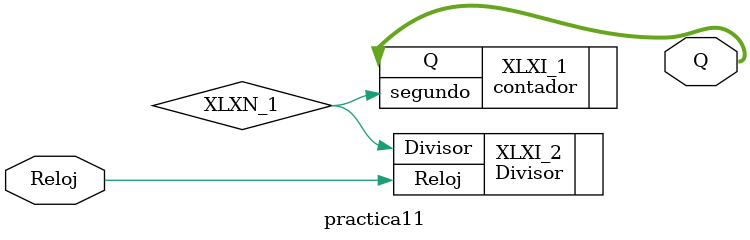
<source format=v>
`timescale 1ns / 1ps

module practica11(Reloj, 
                  Q);

    input Reloj;
   output [5:0] Q;
   
   wire XLXN_1;
   
   contador XLXI_1 (.segundo(XLXN_1), 
                    .Q(Q[5:0]));
   Divisor XLXI_2 (.Reloj(Reloj), 
                   .Divisor(XLXN_1));
endmodule

</source>
